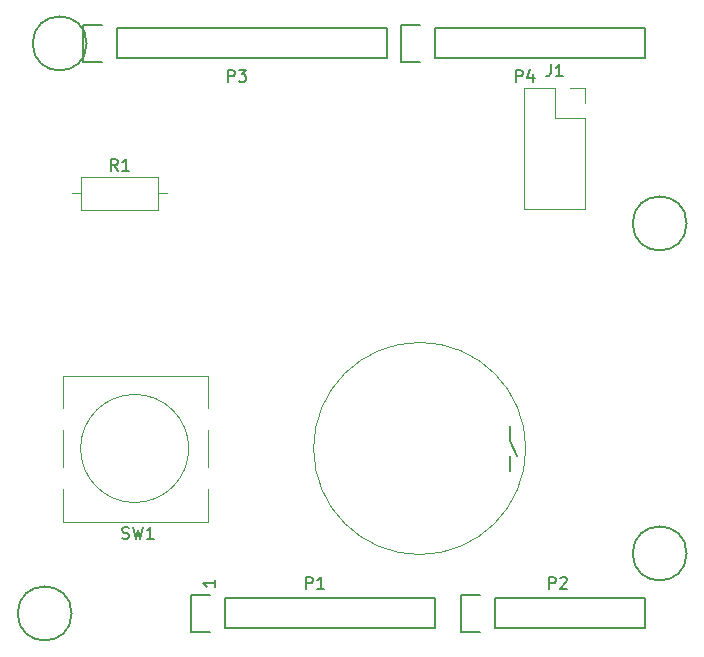
<source format=gto>
G04 #@! TF.GenerationSoftware,KiCad,Pcbnew,(5.1.2-1)-1*
G04 #@! TF.CreationDate,2020-05-12T22:35:20+08:00*
G04 #@! TF.ProjectId,arduino_uno_exboard,61726475-696e-46f5-9f75-6e6f5f657862,rev?*
G04 #@! TF.SameCoordinates,Original*
G04 #@! TF.FileFunction,Legend,Top*
G04 #@! TF.FilePolarity,Positive*
%FSLAX46Y46*%
G04 Gerber Fmt 4.6, Leading zero omitted, Abs format (unit mm)*
G04 Created by KiCad (PCBNEW (5.1.2-1)-1) date 2020-05-12 22:35:20*
%MOMM*%
%LPD*%
G04 APERTURE LIST*
%ADD10C,0.150000*%
%ADD11C,0.120000*%
%ADD12C,0.101600*%
%ADD13C,0.203200*%
G04 APERTURE END LIST*
D10*
X139390380Y-120999285D02*
X139390380Y-121570714D01*
X139390380Y-121285000D02*
X138390380Y-121285000D01*
X138533238Y-121380238D01*
X138628476Y-121475476D01*
X138676095Y-121570714D01*
D11*
X135358000Y-88265000D02*
X134588000Y-88265000D01*
X127278000Y-88265000D02*
X128048000Y-88265000D01*
X134588000Y-86895000D02*
X128048000Y-86895000D01*
X134588000Y-89635000D02*
X134588000Y-86895000D01*
X128048000Y-89635000D02*
X134588000Y-89635000D01*
X128048000Y-86895000D02*
X128048000Y-89635000D01*
X126538000Y-116045000D02*
X126538000Y-113325000D01*
X126538000Y-106465000D02*
X126538000Y-103745000D01*
X138838000Y-108325000D02*
X138838000Y-111465000D01*
X138838000Y-103745000D02*
X138838000Y-106465000D01*
X137167050Y-109855000D02*
G75*
G03X137167050Y-109855000I-4579050J0D01*
G01*
X138838000Y-113325000D02*
X138838000Y-116045000D01*
X126538000Y-103745000D02*
X138838000Y-103745000D01*
X126538000Y-111465000D02*
X126538000Y-108325000D01*
X138838000Y-116045000D02*
X126538000Y-116045000D01*
D12*
X165698256Y-109855000D02*
G75*
G03X165698256Y-109855000I-8980256J0D01*
G01*
D13*
X164338000Y-110490000D02*
X164338000Y-111760000D01*
X164338000Y-109220000D02*
X164973000Y-110490000D01*
X164338000Y-107950000D02*
X164338000Y-109220000D01*
D11*
X169418000Y-79315000D02*
X170748000Y-79315000D01*
X170748000Y-79315000D02*
X170748000Y-80645000D01*
X168148000Y-79315000D02*
X168148000Y-81915000D01*
X168148000Y-81915000D02*
X170748000Y-81915000D01*
X170748000Y-81915000D02*
X170748000Y-89595000D01*
X165548000Y-89595000D02*
X170748000Y-89595000D01*
X165548000Y-79315000D02*
X165548000Y-89595000D01*
X165548000Y-79315000D02*
X168148000Y-79315000D01*
D10*
X140208000Y-125095000D02*
X157988000Y-125095000D01*
X157988000Y-125095000D02*
X157988000Y-122555000D01*
X157988000Y-122555000D02*
X140208000Y-122555000D01*
X137388000Y-125375000D02*
X138938000Y-125375000D01*
X140208000Y-125095000D02*
X140208000Y-122555000D01*
X138938000Y-122275000D02*
X137388000Y-122275000D01*
X137388000Y-122275000D02*
X137388000Y-125375000D01*
X163068000Y-125095000D02*
X175768000Y-125095000D01*
X175768000Y-125095000D02*
X175768000Y-122555000D01*
X175768000Y-122555000D02*
X163068000Y-122555000D01*
X160248000Y-125375000D02*
X161798000Y-125375000D01*
X163068000Y-125095000D02*
X163068000Y-122555000D01*
X161798000Y-122275000D02*
X160248000Y-122275000D01*
X160248000Y-122275000D02*
X160248000Y-125375000D01*
X131064000Y-76835000D02*
X153924000Y-76835000D01*
X153924000Y-76835000D02*
X153924000Y-74295000D01*
X153924000Y-74295000D02*
X131064000Y-74295000D01*
X128244000Y-77115000D02*
X129794000Y-77115000D01*
X131064000Y-76835000D02*
X131064000Y-74295000D01*
X129794000Y-74015000D02*
X128244000Y-74015000D01*
X128244000Y-74015000D02*
X128244000Y-77115000D01*
X157988000Y-76835000D02*
X175768000Y-76835000D01*
X175768000Y-76835000D02*
X175768000Y-74295000D01*
X175768000Y-74295000D02*
X157988000Y-74295000D01*
X155168000Y-77115000D02*
X156718000Y-77115000D01*
X157988000Y-76835000D02*
X157988000Y-74295000D01*
X156718000Y-74015000D02*
X155168000Y-74015000D01*
X155168000Y-74015000D02*
X155168000Y-77115000D01*
X127254000Y-123825000D02*
G75*
G03X127254000Y-123825000I-2286000J0D01*
G01*
X179324000Y-118745000D02*
G75*
G03X179324000Y-118745000I-2286000J0D01*
G01*
X128524000Y-75565000D02*
G75*
G03X128524000Y-75565000I-2286000J0D01*
G01*
X179324000Y-90805000D02*
G75*
G03X179324000Y-90805000I-2286000J0D01*
G01*
X131151333Y-86347380D02*
X130818000Y-85871190D01*
X130579904Y-86347380D02*
X130579904Y-85347380D01*
X130960857Y-85347380D01*
X131056095Y-85395000D01*
X131103714Y-85442619D01*
X131151333Y-85537857D01*
X131151333Y-85680714D01*
X131103714Y-85775952D01*
X131056095Y-85823571D01*
X130960857Y-85871190D01*
X130579904Y-85871190D01*
X132103714Y-86347380D02*
X131532285Y-86347380D01*
X131818000Y-86347380D02*
X131818000Y-85347380D01*
X131722761Y-85490238D01*
X131627523Y-85585476D01*
X131532285Y-85633095D01*
X131524666Y-117459761D02*
X131667523Y-117507380D01*
X131905619Y-117507380D01*
X132000857Y-117459761D01*
X132048476Y-117412142D01*
X132096095Y-117316904D01*
X132096095Y-117221666D01*
X132048476Y-117126428D01*
X132000857Y-117078809D01*
X131905619Y-117031190D01*
X131715142Y-116983571D01*
X131619904Y-116935952D01*
X131572285Y-116888333D01*
X131524666Y-116793095D01*
X131524666Y-116697857D01*
X131572285Y-116602619D01*
X131619904Y-116555000D01*
X131715142Y-116507380D01*
X131953238Y-116507380D01*
X132096095Y-116555000D01*
X132429428Y-116507380D02*
X132667523Y-117507380D01*
X132858000Y-116793095D01*
X133048476Y-117507380D01*
X133286571Y-116507380D01*
X134191333Y-117507380D02*
X133619904Y-117507380D01*
X133905619Y-117507380D02*
X133905619Y-116507380D01*
X133810380Y-116650238D01*
X133715142Y-116745476D01*
X133619904Y-116793095D01*
X167814666Y-77327380D02*
X167814666Y-78041666D01*
X167767047Y-78184523D01*
X167671809Y-78279761D01*
X167528952Y-78327380D01*
X167433714Y-78327380D01*
X168814666Y-78327380D02*
X168243238Y-78327380D01*
X168528952Y-78327380D02*
X168528952Y-77327380D01*
X168433714Y-77470238D01*
X168338476Y-77565476D01*
X168243238Y-77613095D01*
X147089904Y-121737380D02*
X147089904Y-120737380D01*
X147470857Y-120737380D01*
X147566095Y-120785000D01*
X147613714Y-120832619D01*
X147661333Y-120927857D01*
X147661333Y-121070714D01*
X147613714Y-121165952D01*
X147566095Y-121213571D01*
X147470857Y-121261190D01*
X147089904Y-121261190D01*
X148613714Y-121737380D02*
X148042285Y-121737380D01*
X148328000Y-121737380D02*
X148328000Y-120737380D01*
X148232761Y-120880238D01*
X148137523Y-120975476D01*
X148042285Y-121023095D01*
X167663904Y-121737380D02*
X167663904Y-120737380D01*
X168044857Y-120737380D01*
X168140095Y-120785000D01*
X168187714Y-120832619D01*
X168235333Y-120927857D01*
X168235333Y-121070714D01*
X168187714Y-121165952D01*
X168140095Y-121213571D01*
X168044857Y-121261190D01*
X167663904Y-121261190D01*
X168616285Y-120832619D02*
X168663904Y-120785000D01*
X168759142Y-120737380D01*
X168997238Y-120737380D01*
X169092476Y-120785000D01*
X169140095Y-120832619D01*
X169187714Y-120927857D01*
X169187714Y-121023095D01*
X169140095Y-121165952D01*
X168568666Y-121737380D01*
X169187714Y-121737380D01*
X140485904Y-78811380D02*
X140485904Y-77811380D01*
X140866857Y-77811380D01*
X140962095Y-77859000D01*
X141009714Y-77906619D01*
X141057333Y-78001857D01*
X141057333Y-78144714D01*
X141009714Y-78239952D01*
X140962095Y-78287571D01*
X140866857Y-78335190D01*
X140485904Y-78335190D01*
X141390666Y-77811380D02*
X142009714Y-77811380D01*
X141676380Y-78192333D01*
X141819238Y-78192333D01*
X141914476Y-78239952D01*
X141962095Y-78287571D01*
X142009714Y-78382809D01*
X142009714Y-78620904D01*
X141962095Y-78716142D01*
X141914476Y-78763761D01*
X141819238Y-78811380D01*
X141533523Y-78811380D01*
X141438285Y-78763761D01*
X141390666Y-78716142D01*
X164869904Y-78811380D02*
X164869904Y-77811380D01*
X165250857Y-77811380D01*
X165346095Y-77859000D01*
X165393714Y-77906619D01*
X165441333Y-78001857D01*
X165441333Y-78144714D01*
X165393714Y-78239952D01*
X165346095Y-78287571D01*
X165250857Y-78335190D01*
X164869904Y-78335190D01*
X166298476Y-78144714D02*
X166298476Y-78811380D01*
X166060380Y-77763761D02*
X165822285Y-78478047D01*
X166441333Y-78478047D01*
M02*

</source>
